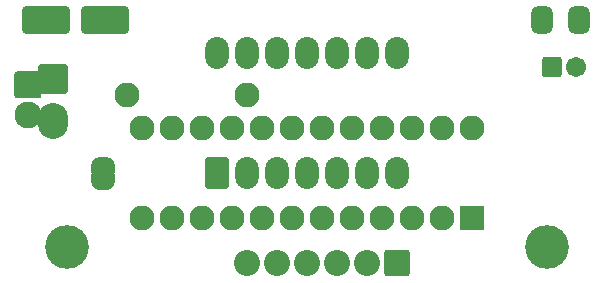
<source format=gbr>
G04 #@! TF.GenerationSoftware,KiCad,Pcbnew,(5.99.0-12936-g328d3d0d77)*
G04 #@! TF.CreationDate,2021-10-24T19:14:53+02:00*
G04 #@! TF.ProjectId,FSP-Display6S,4653502d-4469-4737-906c-617936532e6b,v1.0*
G04 #@! TF.SameCoordinates,Original*
G04 #@! TF.FileFunction,Soldermask,Bot*
G04 #@! TF.FilePolarity,Negative*
%FSLAX46Y46*%
G04 Gerber Fmt 4.6, Leading zero omitted, Abs format (unit mm)*
G04 Created by KiCad (PCBNEW (5.99.0-12936-g328d3d0d77)) date 2021-10-24 19:14:53*
%MOMM*%
%LPD*%
G01*
G04 APERTURE LIST*
G04 Aperture macros list*
%AMRoundRect*
0 Rectangle with rounded corners*
0 $1 Rounding radius*
0 $2 $3 $4 $5 $6 $7 $8 $9 X,Y pos of 4 corners*
0 Add a 4 corners polygon primitive as box body*
4,1,4,$2,$3,$4,$5,$6,$7,$8,$9,$2,$3,0*
0 Add four circle primitives for the rounded corners*
1,1,$1+$1,$2,$3*
1,1,$1+$1,$4,$5*
1,1,$1+$1,$6,$7*
1,1,$1+$1,$8,$9*
0 Add four rect primitives between the rounded corners*
20,1,$1+$1,$2,$3,$4,$5,0*
20,1,$1+$1,$4,$5,$6,$7,0*
20,1,$1+$1,$6,$7,$8,$9,0*
20,1,$1+$1,$8,$9,$2,$3,0*%
%AMFreePoly0*
4,1,41,0.597202,0.984665,0.679605,0.929605,0.734665,0.847202,0.754000,0.750000,0.754000,-0.750000,0.734665,-0.847202,0.679605,-0.929605,0.597202,-0.984665,0.500000,-1.004000,0.000000,-1.004000,-0.027270,-0.998576,-0.084595,-0.997525,-0.155685,-0.986011,-0.291000,-0.943736,-0.356003,-0.912732,-0.474013,-0.834177,-0.527699,-0.786176,-0.618919,-0.677657,-0.656975,-0.616516,-0.714070,-0.486757,
-0.733437,-0.417395,-0.751020,-0.282935,-0.747539,-0.282480,-0.754000,-0.250000,-0.754000,0.250000,-0.751326,0.263440,-0.750939,0.295188,-0.729128,0.435265,-0.708073,0.504133,-0.647825,0.632458,-0.608286,0.692650,-0.514442,0.798908,-0.459598,0.845584,-0.339703,0.921232,-0.273964,0.950638,-0.137657,0.989595,-0.066305,0.999369,-0.024565,0.999114,0.000000,1.004000,0.500000,1.004000,
0.597202,0.984665,0.597202,0.984665,$1*%
%AMFreePoly1*
4,1,41,0.026121,0.998804,0.075455,0.998503,0.146682,0.987859,0.282503,0.947240,0.347878,0.917032,0.466840,0.839925,0.521111,0.792582,0.613649,0.685185,0.652448,0.624516,0.711125,0.495464,0.731338,0.426341,0.751435,0.286008,0.754000,0.250000,0.754000,-0.250000,0.753981,-0.253098,0.753832,-0.265314,0.750331,-0.304357,0.726811,-0.444158,0.704915,-0.512766,0.643103,-0.640345,
0.602833,-0.700048,0.507698,-0.805152,0.452287,-0.851155,0.331477,-0.925332,0.265385,-0.953933,0.128612,-0.991222,0.057145,-1.000123,0.022668,-0.999491,0.000000,-1.004000,-0.500000,-1.004000,-0.597202,-0.984665,-0.679605,-0.929605,-0.734665,-0.847202,-0.754000,-0.750000,-0.754000,0.750000,-0.734665,0.847202,-0.679605,0.929605,-0.597202,0.984665,-0.500000,1.004000,0.000000,1.004000,
0.026121,0.998804,0.026121,0.998804,$1*%
G04 Aperture macros list end*
%ADD10C,3.708000*%
%ADD11RoundRect,0.254000X0.750570X-1.099820X0.750570X1.099820X-0.750570X1.099820X-0.750570X-1.099820X0*%
%ADD12O,2.009140X2.707640*%
%ADD13C,2.108000*%
%ADD14O,2.108000X2.108000*%
%ADD15RoundRect,0.254000X0.889000X0.889000X-0.889000X0.889000X-0.889000X-0.889000X0.889000X-0.889000X0*%
%ADD16O,2.286000X2.286000*%
%ADD17RoundRect,0.254000X-0.600000X-0.600000X0.600000X-0.600000X0.600000X0.600000X-0.600000X0.600000X0*%
%ADD18C,1.708000*%
%ADD19RoundRect,0.254000X0.800000X-0.800000X0.800000X0.800000X-0.800000X0.800000X-0.800000X-0.800000X0*%
%ADD20RoundRect,0.254000X1.750000X0.900000X-1.750000X0.900000X-1.750000X-0.900000X1.750000X-0.900000X0*%
%ADD21RoundRect,0.504000X-0.412500X-0.650000X0.412500X-0.650000X0.412500X0.650000X-0.412500X0.650000X0*%
%ADD22RoundRect,0.254000X0.850000X-0.850000X0.850000X0.850000X-0.850000X0.850000X-0.850000X-0.850000X0*%
%ADD23O,2.208000X2.208000*%
%ADD24FreePoly0,90.000000*%
%ADD25FreePoly1,90.000000*%
%ADD26RoundRect,0.254000X-1.016000X1.016000X-1.016000X-1.016000X1.016000X-1.016000X1.016000X1.016000X0*%
%ADD27O,2.540000X3.048000*%
G04 APERTURE END LIST*
D10*
X86359998Y-49403001D03*
X45719998Y-49403001D03*
D11*
X58420000Y-43180000D03*
D12*
X60960000Y-43180000D03*
X63500000Y-43180000D03*
X66040000Y-43180000D03*
X68580000Y-43180000D03*
X71120000Y-43180000D03*
X73660000Y-43180000D03*
X73660000Y-33020000D03*
X71120000Y-33020000D03*
X68580000Y-33020000D03*
X66040000Y-33020000D03*
X63500000Y-33020000D03*
X60960000Y-33020000D03*
X58420000Y-33020000D03*
D13*
X60960000Y-36576000D03*
D14*
X50800000Y-36576000D03*
D15*
X42418000Y-35687000D03*
D16*
X42418000Y-38227000D03*
D17*
X86784409Y-34163000D03*
D18*
X88784409Y-34163000D03*
D19*
X80015000Y-46980000D03*
D14*
X77475000Y-46980000D03*
X74935000Y-46980000D03*
X72395000Y-46980000D03*
X69855000Y-46980000D03*
X67315000Y-46980000D03*
X64775000Y-46980000D03*
X62235000Y-46980000D03*
X59695000Y-46980000D03*
X57155000Y-46980000D03*
X54615000Y-46980000D03*
X52075000Y-46980000D03*
X52075000Y-39360000D03*
X54615000Y-39360000D03*
X57155000Y-39360000D03*
X59695000Y-39360000D03*
X62235000Y-39360000D03*
X64775000Y-39360000D03*
X67315000Y-39360000D03*
X69855000Y-39360000D03*
X72395000Y-39360000D03*
X74935000Y-39360000D03*
X77475000Y-39360000D03*
X80015000Y-39360000D03*
D20*
X48982000Y-30226000D03*
X43982000Y-30226000D03*
D21*
X85940500Y-30226000D03*
X89065500Y-30226000D03*
D22*
X73660000Y-50800000D03*
D23*
X71120000Y-50800000D03*
X68580000Y-50800000D03*
X66040000Y-50800000D03*
X63500000Y-50800000D03*
X60960000Y-50800000D03*
D24*
X48768000Y-43830000D03*
D25*
X48768000Y-42530000D03*
D26*
X44577000Y-35204400D03*
D27*
X44577000Y-38777000D03*
M02*

</source>
